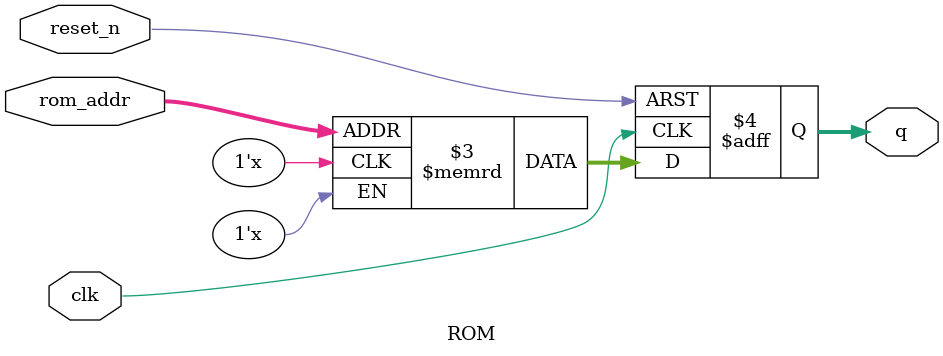
<source format=sv>
`timescale 1ns/1ps

module ROM (
    input         clk,       // 时钟信号
    input         reset_n,   // 异步低有效复位信号
    input  [4:0]  rom_addr,  // 地址输入，共32个地址（5位）
    output reg [13:0] q      // 14位数据输出
);

    // 定义ROM存储数组：32个数据，每个数据14位
    reg [13:0] rom_mem [0:31];

    // 同步读出过程：在时钟上升沿或复位下降沿更新输出
    always @(posedge clk or negedge reset_n) begin
        if (!reset_n)
            q <= 14'b0;              // 异步复位时输出清零
        else
            q <= rom_mem[rom_addr];  // 根据地址输出对应数据
    end

endmodule

</source>
